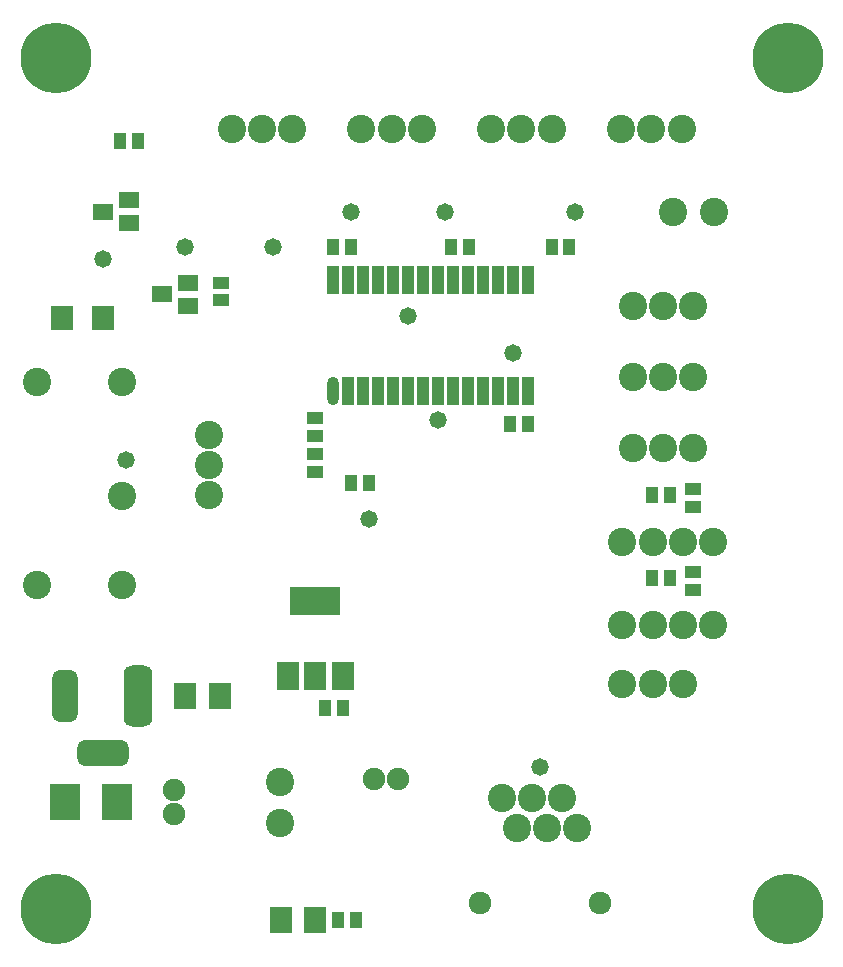
<source format=gts>
%FSLAX44Y44*%
%MOMM*%
G71*
G01*
G75*
G04 Layer_Color=8388736*
%ADD10R,0.6000X1.0000*%
%ADD11R,1.4500X1.8000*%
%ADD12R,2.1590X2.7430*%
%ADD13R,1.5200X1.6800*%
%ADD14R,1.4000X1.0000*%
%ADD15R,0.6000X2.0000*%
%ADD16O,0.6000X2.0000*%
%ADD17R,1.0000X0.6000*%
%ADD18R,1.5000X2.0000*%
%ADD19C,1.0000*%
%ADD20C,0.3000*%
%ADD21C,0.2580*%
%ADD22R,3.8000X2.0000*%
%ADD23C,2.0000*%
%ADD24C,1.5240*%
G04:AMPARAMS|DCode=25|XSize=4.8mm|YSize=2mm|CornerRadius=0.5mm|HoleSize=0mm|Usage=FLASHONLY|Rotation=270.000|XOffset=0mm|YOffset=0mm|HoleType=Round|Shape=RoundedRectangle|*
%AMROUNDEDRECTD25*
21,1,4.8000,1.0000,0,0,270.0*
21,1,3.8000,2.0000,0,0,270.0*
1,1,1.0000,-0.5000,-1.9000*
1,1,1.0000,-0.5000,1.9000*
1,1,1.0000,0.5000,1.9000*
1,1,1.0000,0.5000,-1.9000*
%
%ADD25ROUNDEDRECTD25*%
G04:AMPARAMS|DCode=26|XSize=4mm|YSize=1.8mm|CornerRadius=0.45mm|HoleSize=0mm|Usage=FLASHONLY|Rotation=270.000|XOffset=0mm|YOffset=0mm|HoleType=Round|Shape=RoundedRectangle|*
%AMROUNDEDRECTD26*
21,1,4.0000,0.9000,0,0,270.0*
21,1,3.1000,1.8000,0,0,270.0*
1,1,0.9000,-0.4500,-1.5500*
1,1,0.9000,-0.4500,1.5500*
1,1,0.9000,0.4500,1.5500*
1,1,0.9000,0.4500,-1.5500*
%
%ADD26ROUNDEDRECTD26*%
G04:AMPARAMS|DCode=27|XSize=4mm|YSize=1.8mm|CornerRadius=0.45mm|HoleSize=0mm|Usage=FLASHONLY|Rotation=0.000|XOffset=0mm|YOffset=0mm|HoleType=Round|Shape=RoundedRectangle|*
%AMROUNDEDRECTD27*
21,1,4.0000,0.9000,0,0,0.0*
21,1,3.1000,1.8000,0,0,0.0*
1,1,0.9000,1.5500,-0.4500*
1,1,0.9000,-1.5500,-0.4500*
1,1,0.9000,-1.5500,0.4500*
1,1,0.9000,1.5500,0.4500*
%
%ADD27ROUNDEDRECTD27*%
%ADD28C,1.5000*%
%ADD29C,4.0000*%
%ADD30C,1.2700*%
%ADD31C,0.2000*%
%ADD32C,0.2540*%
%ADD33C,0.1000*%
%ADD34R,1.1000X2.0000*%
%ADD35R,2.0000X1.1000*%
%ADD36R,0.5000X1.0000*%
%ADD37R,1.0000X0.5000*%
%ADD38R,1.0000X1.4000*%
%ADD39R,1.8500X2.2000*%
%ADD40R,2.5590X3.1430*%
%ADD41R,1.9200X2.0800*%
%ADD42R,1.8000X1.4000*%
%ADD43R,1.0000X2.4000*%
%ADD44O,1.0000X2.4000*%
%ADD45R,1.4000X1.0000*%
%ADD46R,1.9000X2.4000*%
%ADD47R,4.2000X2.4000*%
%ADD48C,2.4000*%
%ADD49C,1.9240*%
G04:AMPARAMS|DCode=50|XSize=5.2mm|YSize=2.4mm|CornerRadius=0.7mm|HoleSize=0mm|Usage=FLASHONLY|Rotation=270.000|XOffset=0mm|YOffset=0mm|HoleType=Round|Shape=RoundedRectangle|*
%AMROUNDEDRECTD50*
21,1,5.2000,1.0000,0,0,270.0*
21,1,3.8000,2.4000,0,0,270.0*
1,1,1.4000,-0.5000,-1.9000*
1,1,1.4000,-0.5000,1.9000*
1,1,1.4000,0.5000,1.9000*
1,1,1.4000,0.5000,-1.9000*
%
%ADD50ROUNDEDRECTD50*%
G04:AMPARAMS|DCode=51|XSize=4.4mm|YSize=2.2mm|CornerRadius=0.65mm|HoleSize=0mm|Usage=FLASHONLY|Rotation=270.000|XOffset=0mm|YOffset=0mm|HoleType=Round|Shape=RoundedRectangle|*
%AMROUNDEDRECTD51*
21,1,4.4000,0.9000,0,0,270.0*
21,1,3.1000,2.2000,0,0,270.0*
1,1,1.3000,-0.4500,-1.5500*
1,1,1.3000,-0.4500,1.5500*
1,1,1.3000,0.4500,1.5500*
1,1,1.3000,0.4500,-1.5500*
%
%ADD51ROUNDEDRECTD51*%
G04:AMPARAMS|DCode=52|XSize=4.4mm|YSize=2.2mm|CornerRadius=0.65mm|HoleSize=0mm|Usage=FLASHONLY|Rotation=0.000|XOffset=0mm|YOffset=0mm|HoleType=Round|Shape=RoundedRectangle|*
%AMROUNDEDRECTD52*
21,1,4.4000,0.9000,0,0,0.0*
21,1,3.1000,2.2000,0,0,0.0*
1,1,1.3000,1.5500,-0.4500*
1,1,1.3000,-1.5500,-0.4500*
1,1,1.3000,-1.5500,0.4500*
1,1,1.3000,1.5500,0.4500*
%
%ADD52ROUNDEDRECTD52*%
%ADD53C,1.9000*%
%ADD54C,6.0000*%
%ADD55C,1.4732*%
D38*
X293000Y220000D02*
D03*
X278000D02*
D03*
X105000Y700000D02*
D03*
X120000Y700000D02*
D03*
X555000Y400000D02*
D03*
X570000Y400000D02*
D03*
X435000Y460000D02*
D03*
X450000D02*
D03*
X315000Y410000D02*
D03*
X300000D02*
D03*
X555000Y330000D02*
D03*
X570000Y330000D02*
D03*
X485000Y610000D02*
D03*
X470000D02*
D03*
X285000Y610000D02*
D03*
X300000Y610000D02*
D03*
X385000Y610000D02*
D03*
X400000Y610000D02*
D03*
X304000Y40000D02*
D03*
X289000D02*
D03*
D39*
X240500D02*
D03*
X270000D02*
D03*
X189500Y230000D02*
D03*
X160000D02*
D03*
D40*
X57900Y140000D02*
D03*
X102100D02*
D03*
D41*
X90000Y550000D02*
D03*
X55500D02*
D03*
D42*
X112000Y630500D02*
D03*
X90000Y640000D02*
D03*
X112000Y649500D02*
D03*
X162000Y560500D02*
D03*
X140000Y570000D02*
D03*
X162000Y579500D02*
D03*
D43*
X412000Y582000D02*
D03*
X399300D02*
D03*
X386600D02*
D03*
X373900D02*
D03*
X361200D02*
D03*
X348500D02*
D03*
X323100D02*
D03*
X335800D02*
D03*
X310400D02*
D03*
X297700D02*
D03*
X285000D02*
D03*
X424700D02*
D03*
X437400D02*
D03*
X450100D02*
D03*
Y488000D02*
D03*
X437400D02*
D03*
X424700D02*
D03*
X297700D02*
D03*
X310400D02*
D03*
X335800D02*
D03*
X323100D02*
D03*
X348500D02*
D03*
X361200D02*
D03*
X373900D02*
D03*
X386600D02*
D03*
X399300D02*
D03*
X412000D02*
D03*
D44*
X285000D02*
D03*
D45*
X590000Y405000D02*
D03*
X590000Y390000D02*
D03*
X270000Y435000D02*
D03*
X270000Y420000D02*
D03*
X590000Y335000D02*
D03*
Y320000D02*
D03*
X270000Y465000D02*
D03*
X270000Y450000D02*
D03*
X190000Y565000D02*
D03*
X190000Y580000D02*
D03*
D46*
X270000Y247000D02*
D03*
X293000D02*
D03*
X247000D02*
D03*
D47*
X270000Y310000D02*
D03*
D48*
X180000Y451000D02*
D03*
Y425500D02*
D03*
Y400000D02*
D03*
X199000Y710000D02*
D03*
X224500D02*
D03*
X250000D02*
D03*
X309000D02*
D03*
X334500D02*
D03*
X360000D02*
D03*
X470000D02*
D03*
X444500D02*
D03*
X419000D02*
D03*
X580000D02*
D03*
X554500D02*
D03*
X529000D02*
D03*
X572500Y640000D02*
D03*
X607500D02*
D03*
X479050Y143250D02*
D03*
X453650D02*
D03*
X466350Y117850D02*
D03*
X491750D02*
D03*
X440950D02*
D03*
X428250Y143250D02*
D03*
X240000Y157500D02*
D03*
Y122500D02*
D03*
X106000Y324000D02*
D03*
Y496000D02*
D03*
X34000D02*
D03*
Y324000D02*
D03*
X106000Y399000D02*
D03*
X590000Y560000D02*
D03*
X564500D02*
D03*
X539000D02*
D03*
X590000Y500000D02*
D03*
X564500D02*
D03*
X539000D02*
D03*
X590000Y440000D02*
D03*
X564500D02*
D03*
X539000D02*
D03*
X581000Y360000D02*
D03*
X606500Y360000D02*
D03*
X555500Y360000D02*
D03*
X530000D02*
D03*
X581000Y290000D02*
D03*
X606500Y290000D02*
D03*
X555500Y290000D02*
D03*
X530000D02*
D03*
X555500Y240000D02*
D03*
X530000D02*
D03*
X581000D02*
D03*
D49*
X409200Y54350D02*
D03*
X510800D02*
D03*
D50*
X120000Y230000D02*
D03*
D51*
X58000D02*
D03*
D52*
X90000Y182000D02*
D03*
D53*
X340000Y160000D02*
D03*
X320000D02*
D03*
X150000Y150000D02*
D03*
Y130000D02*
D03*
D54*
X670000Y50000D02*
D03*
X50000D02*
D03*
Y770000D02*
D03*
X670000D02*
D03*
D55*
X348500Y551500D02*
D03*
X437400Y520000D02*
D03*
X234500Y610000D02*
D03*
X315000Y380000D02*
D03*
X373900Y463900D02*
D03*
X110000Y430000D02*
D03*
X90000Y600000D02*
D03*
X460000Y170000D02*
D03*
X300000Y640000D02*
D03*
X490000D02*
D03*
X380000D02*
D03*
X160000Y610000D02*
D03*
M02*

</source>
